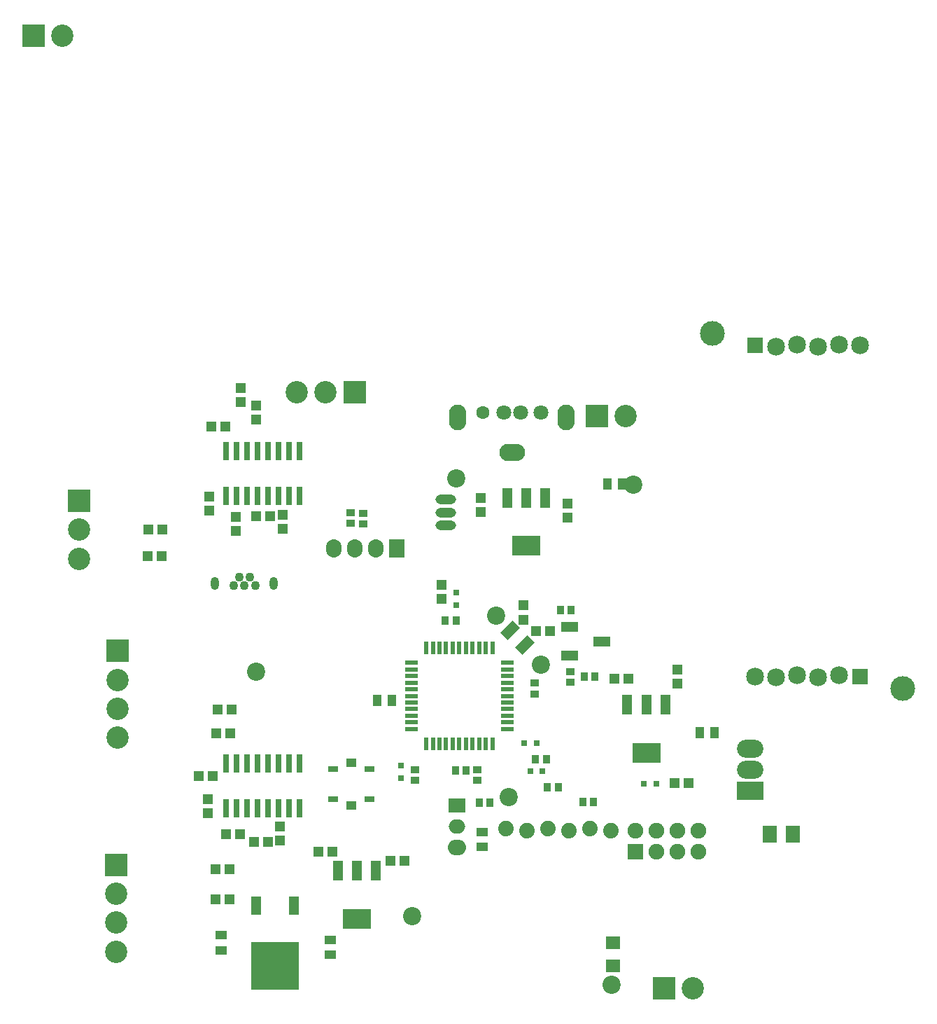
<source format=gts>
G04 DipTrace 3.3.1.3*
G04 Topsidev0.4d.gts*
%MOMM*%
G04 #@! TF.FileFunction,Soldermask,Top*
G04 #@! TF.Part,Single*
%AMOUTLINE1*
4,1,4,
0.45,-0.55,
-0.45,-0.55,
-0.45,0.55,
0.45,0.55,
0.45,-0.55,
0*%
%AMOUTLINE4*
4,1,4,
-0.55,-0.45,
-0.55,0.45,
0.55,0.45,
0.55,-0.45,
-0.55,-0.45,
0*%
%AMOUTLINE7*
4,1,4,
1.0,-0.6,
-1.0,-0.6,
-1.0,0.6,
1.0,0.6,
1.0,-0.6,
0*%
%AMOUTLINE10*
4,1,4,
-1.20209,-0.28283,
0.28283,1.20209,
1.20209,0.28283,
-0.28283,-1.20209,
-1.20209,-0.28283,
0*%
%ADD42R,1.2X0.8*%
%ADD47R,1.8X1.6*%
%ADD49R,0.8X0.8*%
%ADD57C,1.6*%
%ADD66O,2.0X1.7*%
%ADD67R,2.0X1.7*%
%ADD70C,1.87967*%
%ADD78R,1.5X0.5*%
%ADD79R,0.5X1.5*%
%ADD85R,1.8796X1.8796*%
%ADD86C,2.159*%
%ADD93O,2.5X1.2*%
%ADD94C,3.0*%
%ADD105R,3.45X2.35*%
%ADD107R,1.15X2.35*%
%ADD109O,3.2X2.2*%
%ADD111R,3.2X2.2*%
%ADD117R,5.75X5.85*%
%ADD119R,1.2X2.3*%
%ADD125R,0.8X2.2*%
%ADD127C,1.9*%
%ADD129R,1.9X1.9*%
%ADD131R,1.2X1.0*%
%ADD138O,2.2X1.9*%
%ADD140O,1.0X1.55*%
%ADD142C,1.1*%
%ADD144O,3.1X2.1*%
%ADD146O,2.1X3.1*%
%ADD148C,1.8*%
%ADD150R,2.7X2.7*%
%ADD152C,2.7*%
%ADD154R,1.9X2.2*%
%ADD156O,1.9X2.2*%
%ADD160C,2.2*%
%ADD164R,1.8X2.0*%
%ADD166R,1.0X1.4*%
%ADD168R,1.1X0.9*%
%ADD170R,0.9X1.1*%
%ADD172R,1.4X1.0*%
%ADD173R,1.3X1.2*%
%ADD175R,1.2X1.3*%
%ADD184OUTLINE1*%
%ADD187OUTLINE4*%
%ADD190OUTLINE7*%
%ADD193OUTLINE10*%
%FSLAX35Y35*%
G04*
G71*
G90*
G75*
G01*
G04 TopMask*
%LPD*%
D175*
X-3416690Y2631700D3*
Y2461700D3*
X-3381373Y6397623D3*
Y6227623D3*
X-4270373Y6619873D3*
Y6449873D3*
D173*
X-3707567Y6379577D3*
X-3537567D3*
X-4246567Y7469203D3*
X-4076567D3*
D175*
X-3947567Y6374583D3*
Y6204583D3*
D173*
X-3897317Y2536827D3*
X-4067317D3*
X-3730627Y2444750D3*
X-3560627D3*
X-4403000Y3244127D3*
X-4233000D3*
D172*
X-972190Y2562950D3*
Y2382950D3*
D175*
X-4289817Y2965077D3*
Y2795077D3*
X-469567Y5304327D3*
Y5134327D3*
D173*
X-146440Y4997080D3*
X-316440D3*
D170*
X-1416440Y5124077D3*
X-1286440D3*
D168*
X-333373Y4365623D3*
Y4235623D3*
D170*
X-1293817Y3309953D3*
X-1163817D3*
D166*
X-2063750Y4159250D3*
X-2243750D3*
D164*
X2508250Y2540000D3*
X2788250D3*
D166*
X1844433Y3770333D3*
X1664433D3*
D173*
X-2083190Y2218950D3*
X-1913190D3*
D175*
X1389060Y4357703D3*
Y4527703D3*
D173*
X801683Y4421203D3*
X631683D3*
X-2781690Y2330077D3*
X-2951690D3*
D175*
X59247Y6532373D3*
Y6362373D3*
X-984250Y6604000D3*
Y6434000D3*
D172*
X-4127500Y1317623D3*
Y1137623D3*
X-2809877Y1079500D3*
Y1259500D3*
D166*
X545000Y6773377D3*
X725000D3*
D47*
X611183Y1224580D3*
Y944580D3*
D160*
X-1817690Y1547827D3*
X595310Y722330D3*
X857250Y6762750D3*
X-3706817Y4500577D3*
X-1285877Y6842123D3*
D49*
X-1956190Y3219080D3*
Y3369080D3*
D156*
X-2765817Y5997203D3*
X-2511817D3*
X-2257817D3*
D154*
X-2003817D3*
D152*
X1579550Y674697D3*
D150*
X1229550D3*
D148*
X-507997Y7635867D3*
X-707997D3*
X-257997D3*
D57*
X-957997D3*
D146*
X49003Y7575867D3*
D144*
X-607997Y7157867D3*
D146*
X-1264997Y7575867D3*
D152*
X-5381957Y3705717D3*
Y4055717D3*
Y4405717D3*
D150*
Y4755717D3*
D152*
X-5397830Y1119590D3*
Y1469590D3*
Y1819590D3*
D150*
Y2169590D3*
D152*
X-3214433Y7884503D3*
X-2864433D3*
D150*
X-2514433D3*
D142*
X-3976690Y5548333D3*
D140*
X-3489190Y5570333D3*
D142*
X-3781690Y5648333D3*
X-3846690Y5548333D3*
X-3716690D3*
X-3911690Y5648333D3*
D140*
X-4203690Y5570333D3*
D138*
X-1273567Y2377700D3*
D66*
Y2631700D3*
D67*
Y2885700D3*
D70*
X588310Y2577570D3*
X334310Y2602970D3*
X80310Y2577570D3*
X-173690Y2602970D3*
X-427690Y2577570D3*
X-681690Y2602970D3*
D152*
X-5845567Y5870187D3*
Y6220187D3*
D150*
Y6570187D3*
D175*
X-3889377Y7762873D3*
Y7932873D3*
X-3704500Y7550873D3*
Y7720873D3*
D173*
X-4014937Y3758823D3*
X-4184937D3*
X-3999067Y4044577D3*
X-4169067D3*
X-4023437Y1755327D3*
X-4193437D3*
X-4023437Y2115323D3*
X-4193437D3*
X-4844813Y5897573D3*
X-5014813D3*
X-4840437Y6219453D3*
X-5010437D3*
D49*
X-1285877Y5461000D3*
Y5311000D3*
X1138623Y3147627D3*
X988623D3*
X-309567Y3643330D3*
X-459567D3*
D152*
X768707Y7591983D3*
D150*
X418707D3*
D170*
X-1003690Y2917453D3*
X-873690D3*
D168*
X-1033440Y3317577D3*
Y3187577D3*
D170*
X246560Y2927577D3*
X376560D3*
X-194067Y3441330D3*
X-324067D3*
X-51190Y3107950D3*
X-181190D3*
D168*
X-2559437Y6298830D3*
Y6428830D3*
X-2413000Y6286500D3*
Y6416500D3*
D175*
X-1460500Y5381623D3*
Y5551623D3*
D168*
X-1781567Y3317330D3*
Y3187330D3*
D173*
X1529623Y3153500D3*
X1359623D3*
D184*
X-20940Y5249573D3*
X109060D3*
D187*
X93187Y4376453D3*
Y4506453D3*
D170*
X394810Y4442947D3*
X264810D3*
D42*
X-2337190Y3330200D3*
X-2777190D3*
Y2960200D3*
X-2337190D3*
D131*
X-2557190Y3405200D3*
Y2885200D3*
D190*
X91683Y5044700D3*
X481683Y4869700D3*
X91683Y4694700D3*
D49*
X-238127Y3302000D3*
X-388127D3*
D152*
X-6048387Y12191993D3*
D150*
X-6398387D3*
D129*
X885433Y2330077D3*
D127*
Y2584077D3*
X1139433Y2330077D3*
Y2584077D3*
X1393433Y2330077D3*
Y2584077D3*
X1647433Y2330077D3*
Y2584077D3*
D160*
X-650877Y2984500D3*
X-257567Y4584323D3*
X-803440Y5177573D3*
D125*
X-4067563Y6632207D3*
X-3940563D3*
X-3813563D3*
X-3686563D3*
X-3559563D3*
X-3432563D3*
X-3305563D3*
X-3178563D3*
Y7172207D3*
X-3305563D3*
X-3432563D3*
X-3559563D3*
X-3686563D3*
X-3813563D3*
X-3940563D3*
X-4067563D3*
Y2853953D3*
X-3940563D3*
X-3813563D3*
X-3686563D3*
X-3559563D3*
X-3432563D3*
X-3305563D3*
X-3178563D3*
Y3393953D3*
X-3305563D3*
X-3432563D3*
X-3559563D3*
X-3686563D3*
X-3813563D3*
X-3940563D3*
X-4067563D3*
D78*
X-1826437Y4611577D3*
Y4531577D3*
Y4451577D3*
Y4371577D3*
Y4291577D3*
Y4211577D3*
Y4131577D3*
Y4051577D3*
Y3971577D3*
Y3891577D3*
Y3811577D3*
D79*
X-1646437Y3631577D3*
X-1566437D3*
X-1486437D3*
X-1406437D3*
X-1326437D3*
X-1246437D3*
X-1166437D3*
X-1086437D3*
X-1006437D3*
X-926437D3*
X-846437D3*
D78*
X-666437Y3811577D3*
Y3891577D3*
Y3971577D3*
Y4051577D3*
Y4131577D3*
Y4211577D3*
Y4291577D3*
Y4371577D3*
Y4451577D3*
Y4531577D3*
Y4611577D3*
D79*
X-846437Y4791577D3*
X-926437D3*
X-1006437D3*
X-1086437D3*
X-1166437D3*
X-1246437D3*
X-1326437D3*
X-1406437D3*
X-1486437D3*
X-1566437D3*
X-1646437D3*
D119*
X-3246440Y1676453D3*
X-3706440D3*
D117*
X-3476440Y951453D3*
D85*
X2333626Y8445491D3*
D86*
X2587596Y8432811D3*
X2841596Y8458211D3*
X3095596Y8432811D3*
X3349596Y8458211D3*
X3603596Y8445491D3*
D85*
X3601396Y4447911D3*
D86*
X3347496Y4460611D3*
X3093496Y4435211D3*
X2839496Y4460611D3*
X2585496Y4435211D3*
X2331466Y4447911D3*
D94*
X4117796Y4296911D3*
X1817796Y8596911D3*
D111*
X2270127Y3063873D3*
D109*
Y3317873D3*
Y3571873D3*
D107*
X1246183Y4103707D3*
X1016183D3*
X786183D3*
D105*
X1016183Y3523707D3*
D107*
X-2253440Y2097577D3*
X-2483440D3*
X-2713440D3*
D105*
X-2483440Y1517577D3*
D93*
X-1412877Y6429373D3*
Y6272073D3*
Y6586673D3*
D107*
X-206377Y6604000D3*
X-436377D3*
X-666377D3*
D105*
X-436377Y6024000D3*
D193*
X-627583Y5001717D3*
X-450807Y4824940D3*
M02*

</source>
